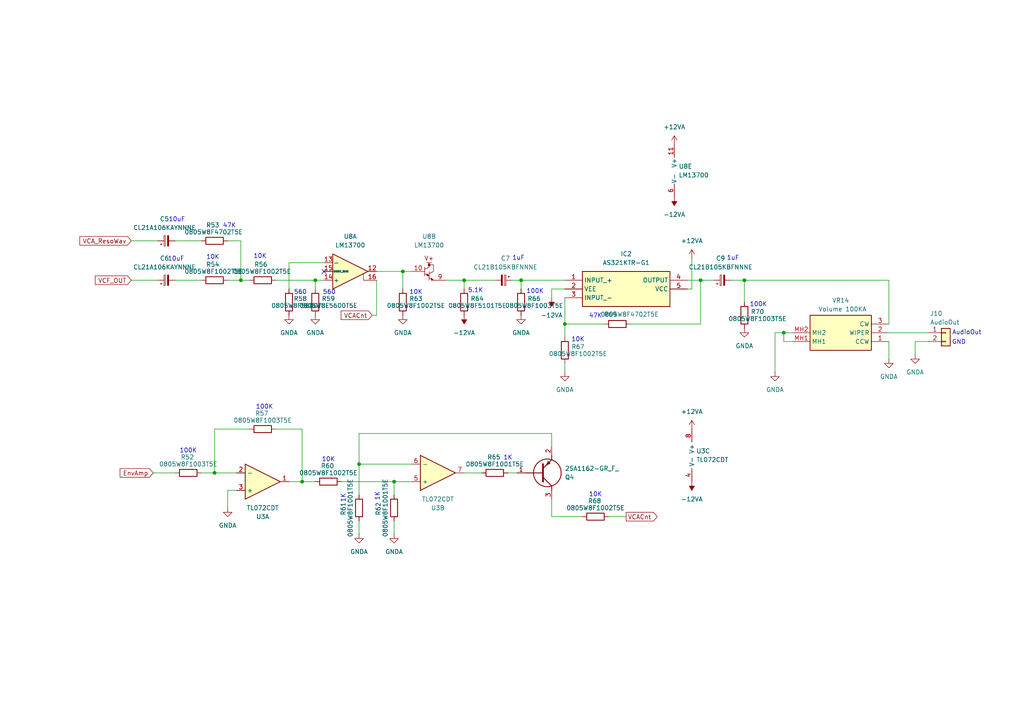
<source format=kicad_sch>
(kicad_sch (version 20250114) (generator "eeschema") (generator_version "9.0")
  (paper "A4")
  (lib_symbols
    (symbol "Amplifier_Operational:LM13700" (pin_names (offset 0.127))
      (property "Reference" "U" (at 3.81 5.08 0))
      (property "Value" "LM13700" (at 5.08 -5.08 0))
      (symbol "LM13700_1_1"
        (polyline (pts (xy 3.81 -0.635) (xy 3.81 -2.54) (xy 5.08 -2.54)))
        (polyline (pts (xy 5.08 0) (xy -5.08 -5.08) (xy -5.08 5.08) (xy 5.08 0)) (stroke (width 0.254)) (fill (type background)))
        (pin input line (at -7.62 2.54 0) (length 2.54) (name "-") (number "13"))
        (pin input line (at -7.62 0 0) (length 2.54) (name "DIODE_BIAS") (number "15"))
        (pin input line (at -7.62 -2.54 0) (length 2.54) (name "+") (number "14"))
        (pin output line (at 7.62 0 180) (length 2.54) (name "~") (number "12"))
        (pin input line (at 7.62 -2.54 180) (length 2.54) (name "~") (number "16"))
      )
      (symbol "LM13700_2_0"
        (polyline (pts (xy -1.905 2.54) (xy -3.175 2.54)))
      )
      (symbol "LM13700_2_1"
        (polyline (pts (xy -3.81 1.27) (xy -3.81 -1.27)))
        (polyline (pts (xy -3.81 0.635) (xy -2.54 1.27) (xy -2.54 1.905) (xy -2.54 2.54)))
        (polyline (pts (xy -3.81 -0.635) (xy -2.54 -1.27)))
        (circle (center -2.54 1.905) (radius 0.254) (stroke (width 0.254)) (fill (type outline)))
        (polyline (pts (xy -2.54 0) (xy -2.54 -2.54)))
        (polyline (pts (xy -2.54 -0.635) (xy -1.27 0) (xy -1.27 1.905) (xy -2.54 1.905)))
        (polyline (pts (xy -2.54 -1.27) (xy -3.175 -0.635) (xy -3.175 -1.27) (xy -2.54 -1.27)) (fill (type outline)))
        (polyline (pts (xy -2.54 -1.905) (xy -1.27 -2.54)))
        (polyline (pts (xy -1.27 -2.54) (xy -1.905 -1.905) (xy -1.905 -2.54) (xy -1.27 -2.54)) (fill (type outline)))
        (text "V+" (at -2.54 3.81 0) (effects (font (size 1.27 1.27))))
        (pin input line (at -7.62 0 0) (length 3.81) (name "~") (number "10"))
        (pin output line (at 2.54 -2.54 180) (length 3.81) (name "~") (number "9"))
      )
      (symbol "LM13700_3_1"
        (polyline (pts (xy 3.81 -0.635) (xy 3.81 -2.54) (xy 5.08 -2.54)))
        (polyline (pts (xy 5.08 0) (xy -5.08 -5.08) (xy -5.08 5.08) (xy 5.08 0)) (stroke (width 0.254)) (fill (type background)))
        (pin input line (at -7.62 2.54 0) (length 2.54) (name "-") (number "4"))
        (pin input line (at -7.62 0 0) (length 2.54) (name "DIODE_BIAS") (number "2"))
        (pin input line (at -7.62 -2.54 0) (length 2.54) (name "+") (number "3"))
        (pin output line (at 7.62 0 180) (length 2.54) (name "~") (number "5"))
        (pin input line (at 7.62 -2.54 180) (length 2.54) (name "~") (number "1"))
      )
      (symbol "LM13700_4_0"
        (polyline (pts (xy -3.175 2.54) (xy -1.905 2.54)))
        (text "V+" (at -2.54 3.81 0) (effects (font (size 1.27 1.27))))
      )
      (symbol "LM13700_4_1"
        (polyline (pts (xy -3.81 1.27) (xy -3.81 -1.27)))
        (polyline (pts (xy -3.81 0.635) (xy -2.54 1.27) (xy -2.54 2.54)))
        (polyline (pts (xy -3.81 -0.635) (xy -2.54 -1.27)))
        (circle (center -2.54 1.905) (radius 0.254) (stroke (width 0.254)) (fill (type outline)))
        (polyline (pts (xy -2.54 0) (xy -2.54 -2.54)))
        (polyline (pts (xy -2.54 -0.635) (xy -1.27 0) (xy -1.27 1.905) (xy -2.54 1.905)))
        (polyline (pts (xy -2.54 -1.27) (xy -3.175 -0.635) (xy -3.175 -1.27) (xy -2.54 -1.27)) (fill (type outline)))
        (polyline (pts (xy -2.54 -1.905) (xy -1.27 -2.54)))
        (polyline (pts (xy -1.27 -2.54) (xy -1.905 -1.905) (xy -1.905 -2.54) (xy -1.27 -2.54)) (fill (type outline)))
        (pin input line (at -7.62 0 0) (length 3.81) (name "~") (number "7"))
        (pin output line (at 2.54 -2.54 180) (length 3.81) (name "~") (number "8"))
      )
      (symbol "LM13700_5_1"
        (pin power_in line (at -2.54 7.62 270) (length 3.81) (name "V+") (number "11"))
        (pin power_in line (at -2.54 -7.62 90) (length 3.81) (name "V-") (number "6"))
      )
    )
    (symbol "Connector_Generic:Conn_01x02" (pin_names (offset 1.016) (hide yes))
      (property "Reference" "J" (at 0 2.54 0))
      (property "Value" "Conn_01x02" (at 0 -5.08 0))
      (symbol "Conn_01x02_1_1"
        (rectangle (start -1.27 1.27) (end 1.27 -3.81) (stroke (width 0.254)) (fill (type background)))
        (rectangle (start -1.27 0.127) (end 0 -0.127) (stroke (width 0.1524)))
        (rectangle (start -1.27 -2.413) (end 0 -2.667) (stroke (width 0.1524)))
        (pin passive line (at -5.08 0 0) (length 3.81) (name "Pin_1") (number "1"))
        (pin passive line (at -5.08 -2.54 0) (length 3.81) (name "Pin_2") (number "2"))
      )
    )
    (symbol "Device:C_Polarized_Small" (pin_numbers (hide yes)) (pin_names (offset 0.254) (hide yes))
      (property "Reference" "C" (at 0.254 1.778 0))
      (property "Value" "C_Polarized_Small" (at 0.254 -2.032 0))
      (symbol "C_Polarized_Small_0_1"
        (rectangle (start -1.524 0.6858) (end 1.524 0.3048))
        (rectangle (start -1.524 -0.3048) (end 1.524 -0.6858) (fill (type outline)))
        (polyline (pts (xy -1.27 1.524) (xy -0.762 1.524)))
        (polyline (pts (xy -1.016 1.27) (xy -1.016 1.778)))
      )
      (symbol "C_Polarized_Small_1_1"
        (pin passive line (at 0 2.54 270) (length 1.8542) (name "~") (number "1"))
        (pin passive line (at 0 -2.54 90) (length 1.8542) (name "~") (number "2"))
      )
    )
    (symbol "Device:Opamp_Dual"
      (property "Reference" "U" (at 0 5.08 0))
      (property "Value" "Opamp_Dual" (at 0 -5.08 0))
      (symbol "Opamp_Dual_1_1"
        (polyline (pts (xy -5.08 5.08) (xy 5.08 0) (xy -5.08 -5.08) (xy -5.08 5.08)) (stroke (width 0.254)) (fill (type background)))
        (pin input line (at -7.62 2.54 0) (length 2.54) (name "+") (number "3"))
        (pin input line (at -7.62 -2.54 0) (length 2.54) (name "-") (number "2"))
        (pin output line (at 7.62 0 180) (length 2.54) (name "~") (number "1"))
      )
      (symbol "Opamp_Dual_2_1"
        (polyline (pts (xy -5.08 5.08) (xy 5.08 0) (xy -5.08 -5.08) (xy -5.08 5.08)) (stroke (width 0.254)) (fill (type background)))
        (pin input line (at -7.62 2.54 0) (length 2.54) (name "+") (number "5"))
        (pin input line (at -7.62 -2.54 0) (length 2.54) (name "-") (number "6"))
        (pin output line (at 7.62 0 180) (length 2.54) (name "~") (number "7"))
      )
      (symbol "Opamp_Dual_3_1"
        (pin power_in line (at -2.54 7.62 270) (length 3.81) (name "V+") (number "8"))
        (pin power_in line (at -2.54 -7.62 90) (length 3.81) (name "V-") (number "4"))
      )
    )
    (symbol "Device:R" (pin_numbers (hide yes)) (pin_names (offset 0))
      (property "Reference" "R" (at 2.032 0 90))
      (property "Value" "R" (at 0 0 90))
      (symbol "R_0_1"
        (rectangle (start -1.016 -2.54) (end 1.016 2.54) (stroke (width 0.254)))
      )
      (symbol "R_1_1"
        (pin passive line (at 0 3.81 270) (length 1.27) (name "~") (number "1"))
        (pin passive line (at 0 -3.81 90) (length 1.27) (name "~") (number "2"))
      )
    )
    (symbol "SamacSys_Parts:2SA1162-GR_F_" (pin_names (hide yes))
      (property "Reference" "Q" (at 13.97 1.27 0))
      (property "Value" "2SA1162-GR_F_" (at 13.97 -1.27 0))
      (symbol "2SA1162-GR_F__1_1"
        (polyline (pts (xy 2.54 0) (xy 7.62 0)) (stroke (width 0.254)))
        (polyline (pts (xy 7.62 2.54) (xy 7.62 -2.54)) (stroke (width 0.508)))
        (polyline (pts (xy 7.62 1.27) (xy 10.16 3.81)) (stroke (width 0.254)))
        (polyline (pts (xy 7.62 -1.27) (xy 10.16 -3.81)) (stroke (width 0.254)))
        (circle (center 8.89 0) (radius 4.016) (stroke (width 0.254)))
        (polyline (pts (xy 9.652 -2.794) (xy 9.144 -3.302) (xy 8.636 -2.286) (xy 9.652 -2.794)) (stroke (width 0.254)) (fill (type outline)))
        (polyline (pts (xy 10.16 3.81) (xy 10.16 5.08)) (stroke (width 0.254)))
        (polyline (pts (xy 10.16 -3.81) (xy 10.16 -5.08)) (stroke (width 0.254)))
        (pin passive line (at 0 0 0) (length 2.54) (name "B") (number "1"))
        (pin passive line (at 10.16 7.62 270) (length 2.54) (name "C") (number "3"))
        (pin passive line (at 10.16 -7.62 90) (length 2.54) (name "E") (number "2"))
      )
    )
    (symbol "SamacSys_Parts:AS321KTR-E1"
      (property "Reference" "D" (at 31.75 7.62 0))
      (property "Value" "AS321KTR-E1" (at 31.75 5.08 0))
      (symbol "AS321KTR-E1_1_1"
        (rectangle (start 5.08 2.54) (end 30.48 -7.62) (stroke (width 0.254)) (fill (type background)))
        (pin passive line (at 0 0 0) (length 5.08) (name "INPUT_+") (number "1"))
        (pin passive line (at 0 -2.54 0) (length 5.08) (name "VEE") (number "2"))
        (pin passive line (at 0 -5.08 0) (length 5.08) (name "INPUT_-") (number "3"))
        (pin passive line (at 35.56 0 180) (length 5.08) (name "OUTPUT") (number "4"))
        (pin passive line (at 35.56 -2.54 180) (length 5.08) (name "VCC") (number "5"))
      )
    )
    (symbol "SamacSys_Parts:RK09D117000B"
      (property "Reference" "VR" (at 24.13 7.62 0))
      (property "Value" "RK09D117000B" (at 24.13 5.08 0))
      (symbol "RK09D117000B_1_1"
        (rectangle (start 5.08 2.54) (end 22.86 -7.62) (stroke (width 0.254)) (fill (type background)))
        (pin passive line (at 0 0 0) (length 5.08) (name "CCW") (number "1"))
        (pin passive line (at 0 -2.54 0) (length 5.08) (name "WIPER") (number "2"))
        (pin passive line (at 0 -5.08 0) (length 5.08) (name "CW") (number "3"))
        (pin passive line (at 27.94 0 180) (length 5.08) (name "MH1") (number "MH1"))
        (pin passive line (at 27.94 -2.54 180) (length 5.08) (name "MH2") (number "MH2"))
      )
    )
    (symbol "power:+12VA" (power) (pin_numbers (hide yes)) (pin_names (offset 0) (hide yes))
      (property "Value" "+12VA" (at 0 3.556 0))
      (symbol "+12VA_0_1"
        (polyline (pts (xy -0.762 1.27) (xy 0 2.54)))
        (polyline (pts (xy 0 2.54) (xy 0.762 1.27)))
        (polyline (pts (xy 0 0) (xy 0 2.54)))
      )
      (symbol "+12VA_1_1"
        (pin power_in line (at 0 0 90) (length 0) (name "~") (number "1"))
      )
    )
    (symbol "power:-12VA" (power) (pin_numbers (hide yes)) (pin_names (offset 0) (hide yes))
      (property "Value" "-12VA" (at 0 3.556 0))
      (symbol "-12VA_0_0"
        (pin power_in line (at 0 0 90) (length 0) (name "~") (number "1"))
      )
      (symbol "-12VA_0_1"
        (polyline (pts (xy 0 0) (xy 0 1.27) (xy 0.762 1.27) (xy 0 2.54) (xy -0.762 1.27) (xy 0 1.27)) (fill (type outline)))
      )
    )
    (symbol "power:GNDA" (power) (pin_numbers (hide yes)) (pin_names (offset 0) (hide yes))
      (property "Value" "GNDA" (at 0 -3.81 0))
      (symbol "GNDA_0_1"
        (polyline (pts (xy 0 0) (xy 0 -1.27) (xy 1.27 -1.27) (xy 0 -2.54) (xy -1.27 -1.27) (xy 0 -1.27)))
      )
      (symbol "GNDA_1_1"
        (pin power_in line (at 0 0 270) (length 0) (name "~") (number "1"))
      )
    )
  )
  (text "10K" (at 61.722 74.676 0) (effects (font (size 1.27 1.27))))
  (text "10K" (at 95.25 133.35 0) (effects (font (size 1.27 1.27))))
  (text "10K" (at 172.72 143.51 0) (effects (font (size 1.27 1.27))))
  (text "100K" (at 219.964 88.392 0) (effects (font (size 1.27 1.27))))
  (text "47K" (at 66.548 65.532 0) (effects (font (size 1.27 1.27))))
  (text "1uF" (at 212.598 74.93 0) (effects (font (size 1.27 1.27))))
  (text "10K" (at 167.64 98.552 0) (effects (font (size 1.27 1.27))))
  (text "10uF" (at 51.308 63.754 0) (effects (font (size 1.27 1.27))))
  (text "10uF" (at 51.054 75.184 0) (effects (font (size 1.27 1.27))))
  (text "100K" (at 155.194 84.582 0) (effects (font (size 1.27 1.27))))
  (text "5.1K" (at 137.922 84.328 0) (effects (font (size 1.27 1.27))))
  (text "560" (at 87.122 84.836 0) (effects (font (size 1.27 1.27))))
  (text "100K" (at 76.708 118.11 0) (effects (font (size 1.27 1.27))))
  (text "100K" (at 54.61 130.81 0) (effects (font (size 1.27 1.27))))
  (text "10K" (at 75.438 74.422 0) (effects (font (size 1.27 1.27))))
  (text "1K" (at 109.474 144.018 90) (effects (font (size 1.27 1.27))))
  (text "560" (at 95.504 84.836 0) (effects (font (size 1.27 1.27))))
  (text "1K" (at 147.32 132.842 0) (effects (font (size 1.27 1.27))))
  (text "GND" (at 278.13 99.314 0) (effects (font (size 1.27 1.27))))
  (text "1uF" (at 150.368 74.93 0) (effects (font (size 1.27 1.27))))
  (text "47K" (at 172.72 91.694 0) (effects (font (size 1.27 1.27))))
  (text "10K" (at 120.65 84.836 0) (effects (font (size 1.27 1.27))))
  (text "1K" (at 99.568 144.526 90) (effects (font (size 1.27 1.27))))
  (text "AudioOut" (at 280.416 96.52 0) (effects (font (size 1.27 1.27))))
  (junction (at 62.23 137.16))
  (junction (at 116.84 78.74))
  (junction (at 215.9 81.28))
  (junction (at 163.83 93.98))
  (junction (at 104.14 134.62))
  (junction (at 203.2 81.28))
  (junction (at 91.44 81.28))
  (junction (at 87.63 139.7))
  (junction (at 227.33 96.52))
  (junction (at 69.85 81.28))
  (junction (at 134.62 81.28))
  (junction (at 151.13 81.28))
  (junction (at 114.3 139.7))
  (no_connect (at 93.98 78.74))
  (wire (pts (xy 80.01 124.46) (xy 87.63 124.46)))
  (wire (pts (xy 163.83 86.36) (xy 163.83 93.98)))
  (wire (pts (xy 160.02 83.82) (xy 160.02 86.36)))
  (wire (pts (xy 72.39 124.46) (xy 62.23 124.46)))
  (wire (pts (xy 200.66 83.82) (xy 199.39 83.82)))
  (wire (pts (xy 50.8 81.28) (xy 58.42 81.28)))
  (wire (pts (xy 104.14 125.73) (xy 104.14 134.62)))
  (wire (pts (xy 229.87 96.52) (xy 227.33 96.52)))
  (wire (pts (xy 215.9 81.28) (xy 215.9 87.63)))
  (wire (pts (xy 69.85 81.28) (xy 72.39 81.28)))
  (wire (pts (xy 109.22 91.44) (xy 107.95 91.44)))
  (wire (pts (xy 66.04 142.24) (xy 66.04 147.32)))
  (wire (pts (xy 229.87 99.06) (xy 227.33 99.06)))
  (wire (pts (xy 87.63 139.7) (xy 91.44 139.7)))
  (wire (pts (xy 50.8 69.85) (xy 58.42 69.85)))
  (wire (pts (xy 203.2 81.28) (xy 203.2 93.98)))
  (wire (pts (xy 212.09 81.28) (xy 215.9 81.28)))
  (wire (pts (xy 134.62 81.28) (xy 143.51 81.28)))
  (wire (pts (xy 91.44 81.28) (xy 80.01 81.28)))
  (wire (pts (xy 62.23 124.46) (xy 62.23 137.16)))
  (wire (pts (xy 62.23 137.16) (xy 68.58 137.16)))
  (wire (pts (xy 114.3 139.7) (xy 114.3 143.51)))
  (wire (pts (xy 114.3 151.13) (xy 114.3 154.94)))
  (wire (pts (xy 148.59 81.28) (xy 151.13 81.28)))
  (wire (pts (xy 163.83 93.98) (xy 163.83 97.79)))
  (wire (pts (xy 215.9 81.28) (xy 257.81 81.28)))
  (wire (pts (xy 160.02 125.73) (xy 160.02 129.54)))
  (wire (pts (xy 199.39 81.28) (xy 203.2 81.28)))
  (wire (pts (xy 176.53 149.86) (xy 181.61 149.86)))
  (wire (pts (xy 58.42 137.16) (xy 62.23 137.16)))
  (wire (pts (xy 93.98 76.2) (xy 83.82 76.2)))
  (wire (pts (xy 224.79 96.52) (xy 227.33 96.52)))
  (wire (pts (xy 200.66 74.93) (xy 200.66 83.82)))
  (wire (pts (xy 116.84 83.82) (xy 116.84 78.74)))
  (wire (pts (xy 160.02 125.73) (xy 104.14 125.73)))
  (wire (pts (xy 134.62 81.28) (xy 134.62 83.82)))
  (wire (pts (xy 104.14 134.62) (xy 119.38 134.62)))
  (wire (pts (xy 116.84 78.74) (xy 119.38 78.74)))
  (wire (pts (xy 91.44 81.28) (xy 93.98 81.28)))
  (wire (pts (xy 160.02 144.78) (xy 160.02 149.86)))
  (wire (pts (xy 265.43 99.06) (xy 265.43 102.87)))
  (wire (pts (xy 104.14 143.51) (xy 104.14 134.62)))
  (wire (pts (xy 151.13 81.28) (xy 151.13 83.82)))
  (wire (pts (xy 203.2 93.98) (xy 182.88 93.98)))
  (wire (pts (xy 109.22 81.28) (xy 109.22 91.44)))
  (wire (pts (xy 66.04 81.28) (xy 69.85 81.28)))
  (wire (pts (xy 129.54 81.28) (xy 134.62 81.28)))
  (wire (pts (xy 38.1 81.28) (xy 45.72 81.28)))
  (wire (pts (xy 163.83 93.98) (xy 175.26 93.98)))
  (wire (pts (xy 91.44 81.28) (xy 91.44 83.82)))
  (wire (pts (xy 44.45 137.16) (xy 50.8 137.16)))
  (wire (pts (xy 38.1 69.85) (xy 45.72 69.85)))
  (wire (pts (xy 66.04 69.85) (xy 69.85 69.85)))
  (wire (pts (xy 257.81 81.28) (xy 257.81 93.98)))
  (wire (pts (xy 87.63 139.7) (xy 87.63 124.46)))
  (wire (pts (xy 151.13 81.28) (xy 163.83 81.28)))
  (wire (pts (xy 163.83 83.82) (xy 160.02 83.82)))
  (wire (pts (xy 269.24 99.06) (xy 265.43 99.06)))
  (wire (pts (xy 224.79 96.52) (xy 224.79 107.95)))
  (wire (pts (xy 66.04 142.24) (xy 68.58 142.24)))
  (wire (pts (xy 83.82 139.7) (xy 87.63 139.7)))
  (wire (pts (xy 99.06 139.7) (xy 114.3 139.7)))
  (wire (pts (xy 83.82 76.2) (xy 83.82 83.82)))
  (wire (pts (xy 203.2 81.28) (xy 207.01 81.28)))
  (wire (pts (xy 227.33 99.06) (xy 227.33 96.52)))
  (wire (pts (xy 257.81 96.52) (xy 269.24 96.52)))
  (wire (pts (xy 109.22 78.74) (xy 116.84 78.74)))
  (wire (pts (xy 257.81 99.06) (xy 257.81 104.14)))
  (wire (pts (xy 69.85 69.85) (xy 69.85 81.28)))
  (wire (pts (xy 104.14 151.13) (xy 104.14 154.94)))
  (wire (pts (xy 134.62 137.16) (xy 139.7 137.16)))
  (wire (pts (xy 163.83 105.41) (xy 163.83 107.95)))
  (wire (pts (xy 147.32 137.16) (xy 149.86 137.16)))
  (wire (pts (xy 160.02 149.86) (xy 168.91 149.86)))
  (wire (pts (xy 119.38 139.7) (xy 114.3 139.7)))
  (global_label "VCA_ResoWav" (shape input) (at 38.1 69.85 180) (property "Intersheetrefs" "${INTERSHEET_REFS}" (effects (hide yes))))
  (global_label "VCACnt" (shape input) (at 107.95 91.44 180) (property "Intersheetrefs" "${INTERSHEET_REFS}" (effects (hide yes))))
  (global_label "VCACnt" (shape output) (at 181.61 149.86 0) (property "Intersheetrefs" "${INTERSHEET_REFS}" (effects (hide yes))))
  (global_label "VCF_OUT" (shape input) (at 38.1 81.28 180) (property "Intersheetrefs" "${INTERSHEET_REFS}" (effects (hide yes))))
  (global_label "EnvAmp" (shape input) (at 44.45 137.16 180) (property "Intersheetrefs" "${INTERSHEET_REFS}" (effects (hide yes))))
  (symbol (lib_id "Device:R") (at 91.44 87.63 0) (mirror x) (unit 1)
    (property "Reference" "R59" (at 95.25 86.614 0))
    (property "Value" "0805W8F5600T5E" (at 95.25 88.646 0))
    (property "Footprint" "Resistor_SMD:R_0805_2012Metric_Pad1.20x1.40mm_HandSolder" (effects (hide yes)))
    (property "Description" "Resistor" (effects (hide yes)))
  )
  (symbol (lib_id "Device:C_Polarized_Small") (at 48.26 81.28 90) (unit 1)
    (property "Reference" "C6" (at 47.7139 74.93 90))
    (property "Value" "CL21A106KAYNNNE" (at 47.7139 77.47 90))
    (property "Footprint" "Capacitor_SMD:C_0805_2012Metric_Pad1.18x1.45mm_HandSolder" (effects (hide yes)))
    (property "Description" "Polarized capacitor, small symbol" (effects (hide yes)))
  )
  (symbol (lib_id "Device:R") (at 83.82 87.63 0) (mirror x) (unit 1)
    (property "Reference" "R58" (at 87.122 86.614 0))
    (property "Value" "0805W8F5600T5E" (at 87.122 88.646 0))
    (property "Footprint" "Resistor_SMD:R_0805_2012Metric_Pad1.20x1.40mm_HandSolder" (effects (hide yes)))
    (property "Description" "Resistor" (effects (hide yes)))
  )
  (symbol (lib_id "power:+12VA") (at 195.58 41.91 0) (unit 1)
    (property "Reference" "#PWR0124" (effects (hide yes)))
    (property "Value" "+12VA" (at 195.58 36.83 0))
    (property "Description" "Power symbol creates a global label with name \"+12VA\"" (effects (hide yes)))
  )
  (symbol (lib_id "power:GNDA") (at 265.43 102.87 0) (unit 1)
    (property "Reference" "#PWR0126" (effects (hide yes)))
    (property "Value" "GNDA" (at 265.43 107.95 0))
    (property "Description" "Power symbol creates a global label with name \"GNDA\" , analog ground" (effects (hide yes)))
  )
  (symbol (lib_id "Device:R") (at 76.2 124.46 90) (unit 1)
    (property "Reference" "R57" (at 75.946 119.888 90))
    (property "Value" "0805W8F1003T5E" (at 76.2 121.92 90))
    (property "Footprint" "Resistor_SMD:R_0805_2012Metric_Pad1.20x1.40mm_HandSolder" (effects (hide yes)))
    (property "Description" "Resistor" (effects (hide yes)))
  )
  (symbol (lib_id "SamacSys_Parts:2SA1162-GR_F_") (at 149.86 137.16 0) (mirror x) (unit 1)
    (property "Reference" "Q4" (at 163.83 138.4301 0) (effects (justify left)))
    (property "Value" "2SA1162-GR_F_" (at 163.83 135.8901 0) (effects (justify left)))
    (property "Footprint" "SamacSys_parts:1SS294LFT" (effects (hide yes)))
    (property "Datasheet" "https://toshiba.semicon-storage.com/ap-en/product/bipolar-transistor/bipolar-transistor/detail.2SA1162.html" (effects (hide yes)))
    (property "Description" "Transistor Toshiba 2SA1162-GR(F) PNP Bipolar Transistor, 0.15 A, 50 V, 3-Pin SC-59" (effects (hide yes)))
    (property "Height" "1.4" (effects (hide yes)))
    (property "Manufacturer_Name" "Toshiba" (effects (hide yes)))
    (property "Manufacturer_Part_Number" "2SA1162-GR(F)" (effects (hide yes)))
  )
  (symbol (lib_id "SamacSys_Parts:AS321KTR-E1") (at 163.83 81.28 0) (unit 1)
    (property "Reference" "IC2" (at 181.61 73.66 0))
    (property "Value" "AS321KTR-G1" (at 181.61 76.2 0))
    (property "Footprint" "SamacSys_parts:SOT95P282X145-5N" (effects (hide yes)))
    (property "Datasheet" "https://www.diodes.com//assets/Datasheets/AS321.pdf" (effects (hide yes)))
    (property "Description" "Excellent Phase Margin: 60 deg.  Large Voltage Gain: 100dB (Typical)  Low Input Bias Current: 20nA (Typical)  Low Input Offset Voltage: 2mV (Typical)  Low Supply Current: 0.35mA at VCC = 5V  Wide Power Supply Voltage:  Single Supply: 3V to 36V  Dual Supplies: +/-1.5V to +/-18V  Wide Input Common Mode Voltage Range: 0V to VCC-1.5V  Lead-Free Packages: SOT25  Totally Lead-Free; RoHS Compliant (Notes 1 & 2)  Lead-Free Packages, Available in Green Molding Compound: SOT25  Totally Lead-F" (effects (hide yes)))
    (property "Height" "1.45" (effects (hide yes)))
    (property "Manufacturer_Name" "Diodes Incorporated" (effects (hide yes)))
    (property "Manufacturer_Part_Number" "AS321KTR-E1" (effects (hide yes)))
    (property "Mouser Part Number" "621-AS321KTR-E1" (effects (hide yes)))
    (property "Mouser Price/Stock" "https://www.mouser.co.uk/ProductDetail/Diodes-Incorporated/AS321KTR-E1?qs=5V6w%252Be2aIqbJH6DETpx4Lw%3D%3D" (effects (hide yes)))
    (property "Arrow Part Number" "AS321KTR-E1" (effects (hide yes)))
    (property "Arrow Price/Stock" "https://www.arrow.com/en/products/as321ktr-e1/diodes-incorporated?region=nac" (effects (hide yes)))
  )
  (symbol (lib_id "Device:R") (at 62.23 81.28 270) (mirror x) (unit 1)
    (property "Reference" "R54" (at 61.722 76.708 90))
    (property "Value" "0805W8F1002T5E" (at 61.976 78.74 90))
    (property "Footprint" "Resistor_SMD:R_0805_2012Metric_Pad1.20x1.40mm_HandSolder" (effects (hide yes)))
    (property "Description" "Resistor" (effects (hide yes)))
  )
  (symbol (lib_id "power:GNDA") (at 215.9 95.25 0) (mirror y) (unit 1)
    (property "Reference" "#PWR0122" (effects (hide yes)))
    (property "Value" "GNDA" (at 215.9 100.33 0))
    (property "Description" "Power symbol creates a global label with name \"GNDA\" , analog ground" (effects (hide yes)))
  )
  (symbol (lib_id "Device:R") (at 116.84 87.63 0) (mirror x) (unit 1)
    (property "Reference" "R63" (at 120.65 86.614 0))
    (property "Value" "0805W8F1002T5E" (at 120.65 88.646 0))
    (property "Footprint" "Resistor_SMD:R_0805_2012Metric_Pad1.20x1.40mm_HandSolder" (effects (hide yes)))
    (property "Description" "Resistor" (effects (hide yes)))
  )
  (symbol (lib_id "power:GNDA") (at 163.83 107.95 0) (mirror y) (unit 1)
    (property "Reference" "#PWR0121" (effects (hide yes)))
    (property "Value" "GNDA" (at 163.83 113.03 0))
    (property "Description" "Power symbol creates a global label with name \"GNDA\" , analog ground" (effects (hide yes)))
  )
  (symbol (lib_id "Device:R") (at 114.3 147.32 180) (unit 1)
    (property "Reference" "R62" (at 109.728 147.574 90))
    (property "Value" "0805W8F1001T5E" (at 111.76 147.32 90))
    (property "Footprint" "Resistor_SMD:R_0805_2012Metric_Pad1.20x1.40mm_HandSolder" (effects (hide yes)))
    (property "Description" "Resistor" (effects (hide yes)))
  )
  (symbol (lib_id "Connector_Generic:Conn_01x02") (at 274.32 96.52 0) (unit 1)
    (property "Reference" "J10" (at 269.748 90.932 0) (effects (justify left)))
    (property "Value" "AudioOut" (at 269.748 93.472 0) (effects (justify left)))
    (property "Footprint" "Connector_PinHeader_2.54mm:PinHeader_1x02_P2.54mm_Vertical" (effects (hide yes)))
    (property "Description" "Generic connector, single row, 01x02, script generated (kicad-library-utils/schlib/autogen/connector/)" (effects (hide yes)))
  )
  (symbol (lib_id "power:GNDA") (at 257.81 104.14 0) (unit 1)
    (property "Reference" "#PWR0125" (effects (hide yes)))
    (property "Value" "GNDA" (at 257.81 109.22 0))
    (property "Description" "Power symbol creates a global label with name \"GNDA\" , analog ground" (effects (hide yes)))
  )
  (symbol (lib_id "power:GNDA") (at 151.13 91.44 0) (mirror y) (unit 1)
    (property "Reference" "#PWR0120" (effects (hide yes)))
    (property "Value" "GNDA" (at 151.13 96.52 0))
    (property "Description" "Power symbol creates a global label with name \"GNDA\" , analog ground" (effects (hide yes)))
  )
  (symbol (lib_id "Device:R") (at 163.83 101.6 0) (mirror x) (unit 1)
    (property "Reference" "R67" (at 167.64 100.584 0))
    (property "Value" "0805W8F1002T5E" (at 167.64 102.616 0))
    (property "Footprint" "Resistor_SMD:R_0805_2012Metric_Pad1.20x1.40mm_HandSolder" (effects (hide yes)))
    (property "Description" "Resistor" (effects (hide yes)))
  )
  (symbol (lib_id "Device:R") (at 54.61 137.16 90) (unit 1)
    (property "Reference" "R52" (at 54.356 132.588 90))
    (property "Value" "0805W8F1003T5E" (at 54.61 134.62 90))
    (property "Footprint" "Resistor_SMD:R_0805_2012Metric_Pad1.20x1.40mm_HandSolder" (effects (hide yes)))
    (property "Description" "Resistor" (effects (hide yes)))
  )
  (symbol (lib_id "Device:R") (at 143.51 137.16 90) (unit 1)
    (property "Reference" "R65" (at 143.256 132.588 90))
    (property "Value" "0805W8F1001T5E" (at 143.51 134.62 90))
    (property "Footprint" "Resistor_SMD:R_0805_2012Metric_Pad1.20x1.40mm_HandSolder" (effects (hide yes)))
    (property "Description" "Resistor" (effects (hide yes)))
  )
  (symbol (lib_id "Device:C_Polarized_Small") (at 209.55 81.28 90) (unit 1)
    (property "Reference" "C9" (at 209.0039 74.93 90))
    (property "Value" "CL21B105KBFNNNE" (at 209.0039 77.47 90))
    (property "Footprint" "Capacitor_SMD:C_0805_2012Metric_Pad1.18x1.45mm_HandSolder" (effects (hide yes)))
    (property "Description" "Polarized capacitor, small symbol" (effects (hide yes)))
  )
  (symbol (lib_id "power:-12VA") (at 134.62 91.44 180) (unit 1)
    (property "Reference" "#PWR0119" (effects (hide yes)))
    (property "Value" "-12VA" (at 134.62 96.52 0))
    (property "Description" "Power symbol creates a global label with name \"-12VA\"" (effects (hide yes)))
  )
  (symbol (lib_id "Device:R") (at 179.07 93.98 270) (mirror x) (unit 1)
    (property "Reference" "R69" (at 177.038 91.186 90))
    (property "Value" "0805W8F4702T5E" (at 182.626 91.186 90))
    (property "Footprint" "Resistor_SMD:R_0805_2012Metric_Pad1.20x1.40mm_HandSolder" (effects (hide yes)))
    (property "Description" "Resistor" (effects (hide yes)))
  )
  (symbol (lib_id "Device:R") (at 95.25 139.7 90) (unit 1)
    (property "Reference" "R60" (at 94.996 135.128 90))
    (property "Value" "0805W8F1002T5E" (at 95.25 137.16 90))
    (property "Footprint" "Resistor_SMD:R_0805_2012Metric_Pad1.20x1.40mm_HandSolder" (effects (hide yes)))
    (property "Description" "Resistor" (effects (hide yes)))
  )
  (symbol (lib_id "Device:R") (at 134.62 87.63 0) (mirror x) (unit 1)
    (property "Reference" "R64" (at 138.43 86.614 0))
    (property "Value" "0805W8F5101T5E" (at 138.43 88.646 0))
    (property "Footprint" "Resistor_SMD:R_0805_2012Metric_Pad1.20x1.40mm_HandSolder" (effects (hide yes)))
    (property "Description" "Resistor" (effects (hide yes)))
  )
  (symbol (lib_id "power:GNDA") (at 91.44 91.44 0) (mirror y) (unit 1)
    (property "Reference" "#PWR0114" (effects (hide yes)))
    (property "Value" "GNDA" (at 91.44 96.52 0))
    (property "Description" "Power symbol creates a global label with name \"GNDA\" , analog ground" (effects (hide yes)))
  )
  (symbol (lib_id "Device:C_Polarized_Small") (at 48.26 69.85 90) (unit 1)
    (property "Reference" "C5" (at 47.7139 63.5 90))
    (property "Value" "CL21A106KAYNNNE" (at 47.7139 66.04 90))
    (property "Footprint" "Capacitor_SMD:C_0805_2012Metric_Pad1.18x1.45mm_HandSolder" (effects (hide yes)))
    (property "Description" "Polarized capacitor, small symbol" (effects (hide yes)))
  )
  (symbol (lib_id "power:-12VA") (at 160.02 86.36 180) (unit 1)
    (property "Reference" "#PWR0161" (effects (hide yes)))
    (property "Value" "-12VA" (at 160.02 91.44 0))
    (property "Description" "Power symbol creates a global label with name \"-12VA\"" (effects (hide yes)))
  )
  (symbol (lib_id "power:+12VA") (at 200.66 74.93 0) (unit 1)
    (property "Reference" "#PWR0160" (effects (hide yes)))
    (property "Value" "+12VA" (at 200.66 69.85 0))
    (property "Description" "Power symbol creates a global label with name \"+12VA\"" (effects (hide yes)))
  )
  (symbol (lib_id "Device:R") (at 76.2 81.28 270) (mirror x) (unit 1)
    (property "Reference" "R56" (at 75.692 76.708 90))
    (property "Value" "0805W8F1002T5E" (at 75.946 78.74 90))
    (property "Footprint" "Resistor_SMD:R_0805_2012Metric_Pad1.20x1.40mm_HandSolder" (effects (hide yes)))
    (property "Description" "Resistor" (effects (hide yes)))
  )
  (symbol (lib_id "power:GNDA") (at 224.79 107.95 0) (unit 1)
    (property "Reference" "#PWR0123" (effects (hide yes)))
    (property "Value" "GNDA" (at 224.79 113.03 0))
    (property "Description" "Power symbol creates a global label with name \"GNDA\" , analog ground" (effects (hide yes)))
  )
  (symbol (lib_id "Device:Opamp_Dual") (at 76.2 139.7 0) (mirror x) (unit 1)
    (property "Reference" "U3" (at 76.2 149.86 0))
    (property "Value" "TL072CDT" (at 76.2 147.32 0))
    (property "Footprint" "Package_SO:SOIC-8_3.9x4.9mm_P1.27mm" (effects (hide yes)))
    (property "Description" "Dual operational amplifier" (effects (hide yes)))
    (property "Sim.Library" "${KICAD9_SYMBOL_DIR}/Simulation_SPICE.sp" (effects (hide yes)))
    (property "Sim.Name" "kicad_builtin_opamp_dual" (effects (hide yes)))
    (property "Sim.Device" "SUBCKT" (effects (hide yes)))
    (property "Sim.Pins" "1=out1 2=in1- 3=in1+ 4=vee 5=in2+ 6=in2- 7=out2 8=vcc" (effects (hide yes)))
  )
  (symbol (lib_id "Device:R") (at 172.72 149.86 90) (unit 1)
    (property "Reference" "R68" (at 172.466 145.288 90))
    (property "Value" "0805W8F1002T5E" (at 172.72 147.32 90))
    (property "Footprint" "Resistor_SMD:R_0805_2012Metric_Pad1.20x1.40mm_HandSolder" (effects (hide yes)))
    (property "Description" "Resistor" (effects (hide yes)))
  )
  (symbol (lib_id "power:-12VA") (at 195.58 57.15 180) (unit 1)
    (property "Reference" "#PWR0159" (effects (hide yes)))
    (property "Value" "-12VA" (at 195.58 62.23 0))
    (property "Description" "Power symbol creates a global label with name \"-12VA\"" (effects (hide yes)))
  )
  (symbol (lib_id "Device:C_Polarized_Small") (at 146.05 81.28 270) (unit 1)
    (property "Reference" "C7" (at 146.5961 74.93 90))
    (property "Value" "CL21B105KBFNNNE" (at 146.5961 77.47 90))
    (property "Footprint" "Capacitor_SMD:C_0805_2012Metric_Pad1.18x1.45mm_HandSolder" (effects (hide yes)))
    (property "Description" "Polarized capacitor, small symbol" (effects (hide yes)))
  )
  (symbol (lib_id "power:GNDA") (at 114.3 154.94 0) (unit 1)
    (property "Reference" "#PWR0117" (effects (hide yes)))
    (property "Value" "GNDA" (at 114.3 160.02 0))
    (property "Description" "Power symbol creates a global label with name \"GNDA\" , analog ground" (effects (hide yes)))
  )
  (symbol (lib_id "power:GNDA") (at 66.04 147.32 0) (unit 1)
    (property "Reference" "#PWR0111" (effects (hide yes)))
    (property "Value" "GNDA" (at 66.04 152.4 0))
    (property "Description" "Power symbol creates a global label with name \"GNDA\" , analog ground" (effects (hide yes)))
  )
  (symbol (lib_id "Device:R") (at 104.14 147.32 180) (unit 1)
    (property "Reference" "R61" (at 99.568 147.574 90))
    (property "Value" "0805W8F1001T5E" (at 101.6 147.32 90))
    (property "Footprint" "Resistor_SMD:R_0805_2012Metric_Pad1.20x1.40mm_HandSolder" (effects (hide yes)))
    (property "Description" "Resistor" (effects (hide yes)))
  )
  (symbol (lib_id "power:GNDA") (at 104.14 154.94 0) (unit 1)
    (property "Reference" "#PWR0116" (effects (hide yes)))
    (property "Value" "GNDA" (at 104.14 160.02 0))
    (property "Description" "Power symbol creates a global label with name \"GNDA\" , analog ground" (effects (hide yes)))
  )
  (symbol (lib_id "Device:R") (at 151.13 87.63 0) (mirror x) (unit 1)
    (property "Reference" "R66" (at 154.94 86.614 0))
    (property "Value" "0805W8F1003T5E" (at 154.94 88.646 0))
    (property "Footprint" "Resistor_SMD:R_0805_2012Metric_Pad1.20x1.40mm_HandSolder" (effects (hide yes)))
    (property "Description" "Resistor" (effects (hide yes)))
  )
  (symbol (lib_id "Amplifier_Operational:LM13700") (at 198.12 49.53 0) (unit 5)
    (property "Reference" "U8" (at 196.85 48.2599 0) (effects (justify left)))
    (property "Value" "LM13700" (at 196.85 50.7999 0) (effects (justify left)))
    (property "Footprint" "Package_SO:SOIC-16_3.9x9.9mm_P1.27mm" (effects (hide yes)))
    (property "Datasheet" "http://www.ti.com/lit/ds/symlink/lm13700.pdf" (effects (hide yes)))
    (property "Description" "Dual Operational Transconductance Amplifiers with Linearizing Diodes and Buffers, DIP-16/SOIC-16" (effects (hide yes)))
  )
  (symbol (lib_id "power:GNDA") (at 83.82 91.44 0) (mirror y) (unit 1)
    (property "Reference" "#PWR0113" (effects (hide yes)))
    (property "Value" "GNDA" (at 83.82 96.52 0))
    (property "Description" "Power symbol creates a global label with name \"GNDA\" , analog ground" (effects (hide yes)))
  )
  (symbol (lib_id "Device:R") (at 215.9 91.44 0) (mirror x) (unit 1)
    (property "Reference" "R70" (at 219.71 90.424 0))
    (property "Value" "0805W8F1003T5E" (at 219.71 92.456 0))
    (property "Footprint" "Resistor_SMD:R_0805_2012Metric_Pad1.20x1.40mm_HandSolder" (effects (hide yes)))
    (property "Description" "Resistor" (effects (hide yes)))
  )
  (symbol (lib_id "power:GNDA") (at 116.84 91.44 0) (mirror y) (unit 1)
    (property "Reference" "#PWR0118" (effects (hide yes)))
    (property "Value" "GNDA" (at 116.84 96.52 0))
    (property "Description" "Power symbol creates a global label with name \"GNDA\" , analog ground" (effects (hide yes)))
  )
  (symbol (lib_id "Amplifier_Operational:LM13700") (at 127 78.74 0) (unit 2)
    (property "Reference" "U8" (at 124.46 68.58 0))
    (property "Value" "LM13700" (at 124.46 71.12 0))
    (property "Footprint" "Package_SO:SOIC-16_3.9x9.9mm_P1.27mm" (effects (hide yes)))
    (property "Datasheet" "http://www.ti.com/lit/ds/symlink/lm13700.pdf" (effects (hide yes)))
    (property "Description" "Dual Operational Transconductance Amplifiers with Linearizing Diodes and Buffers, DIP-16/SOIC-16" (effects (hide yes)))
  )
  (symbol (lib_id "power:+12VA") (at 200.66 124.46 0) (unit 1)
    (property "Reference" "#PWR044" (effects (hide yes)))
    (property "Value" "+12VA" (at 200.66 119.38 0))
    (property "Description" "Power symbol creates a global label with name \"+12VA\"" (effects (hide yes)))
  )
  (symbol (lib_id "Device:Opamp_Dual") (at 127 137.16 0) (mirror x) (unit 2)
    (property "Reference" "U3" (at 127 147.32 0))
    (property "Value" "TL072CDT" (at 127 144.78 0))
    (property "Footprint" "Package_SO:SOIC-8_3.9x4.9mm_P1.27mm" (effects (hide yes)))
    (property "Description" "Dual operational amplifier" (effects (hide yes)))
    (property "Sim.Library" "${KICAD9_SYMBOL_DIR}/Simulation_SPICE.sp" (effects (hide yes)))
    (property "Sim.Name" "kicad_builtin_opamp_dual" (effects (hide yes)))
    (property "Sim.Device" "SUBCKT" (effects (hide yes)))
    (property "Sim.Pins" "1=out1 2=in1- 3=in1+ 4=vee 5=in2+ 6=in2- 7=out2 8=vcc" (effects (hide yes)))
  )
  (symbol (lib_id "SamacSys_Parts:RK09D117000B") (at 257.81 99.06 180) (unit 1)
    (property "Reference" "VR14" (at 243.84 87.122 0))
    (property "Value" "Volume 100KA" (at 244.348 89.662 0))
    (property "Footprint" "SamacSys_parts:RK09D117000B" (effects (hide yes)))
    (property "Datasheet" "https://tech.alpsalpine.com/prod/j/html/potentiometer/rotarypotentiometers/rk09k/rk09d117000b.html" (effects (hide yes)))
    (property "Description" "9-inch insulated shaft snap-in type RK09K/RK09D series" (effects (hide yes)))
    (property "Height" "30" (effects (hide yes)))
    (property "Manufacturer_Name" "ALPS Electric" (effects (hide yes)))
    (property "Manufacturer_Part_Number" "RK09D117000B" (effects (hide yes)))
    (property "Mouser Part Number" "688-RK09D117000B" (effects (hide yes)))
    (property "Mouser Price/Stock" "https://www.mouser.co.uk/ProductDetail/Alps-Alpine/RK09D117000B?qs=3cOf6TWd2rbc67829PEbEQ%3D%3D" (effects (hide yes)))
  )
  (symbol (lib_id "Device:R") (at 62.23 69.85 270) (mirror x) (unit 1)
    (property "Reference" "R53" (at 61.722 65.278 90))
    (property "Value" "0805W8F4702T5E" (at 61.976 67.31 90))
    (property "Footprint" "Resistor_SMD:R_0805_2012Metric_Pad1.20x1.40mm_HandSolder" (effects (hide yes)))
    (property "Description" "Resistor" (effects (hide yes)))
  )
  (symbol (lib_id "power:-12VA") (at 200.66 139.7 180) (unit 1)
    (property "Reference" "#PWR0166" (effects (hide yes)))
    (property "Value" "-12VA" (at 200.66 144.78 0))
    (property "Description" "Power symbol creates a global label with name \"-12VA\"" (effects (hide yes)))
  )
  (symbol (lib_id "Device:Opamp_Dual") (at 203.2 132.08 0) (unit 3)
    (property "Reference" "U3" (at 201.93 130.8099 0) (effects (justify left)))
    (property "Value" "TL072CDT" (at 201.93 133.3499 0) (effects (justify left)))
    (property "Footprint" "Package_SO:SOIC-8_3.9x4.9mm_P1.27mm" (effects (hide yes)))
    (property "Description" "Dual operational amplifier" (effects (hide yes)))
    (property "Sim.Library" "${KICAD9_SYMBOL_DIR}/Simulation_SPICE.sp" (effects (hide yes)))
    (property "Sim.Name" "kicad_builtin_opamp_dual" (effects (hide yes)))
    (property "Sim.Device" "SUBCKT" (effects (hide yes)))
    (property "Sim.Pins" "1=out1 2=in1- 3=in1+ 4=vee 5=in2+ 6=in2- 7=out2 8=vcc" (effects (hide yes)))
  )
  (symbol (lib_id "Amplifier_Operational:LM13700") (at 101.6 78.74 0) (unit 1)
    (property "Reference" "U8" (at 101.6 68.58 0))
    (property "Value" "LM13700" (at 101.6 71.12 0))
    (property "Footprint" "Package_SO:SOIC-16_3.9x9.9mm_P1.27mm" (effects (hide yes)))
    (property "Datasheet" "http://www.ti.com/lit/ds/symlink/lm13700.pdf" (effects (hide yes)))
    (property "Description" "Dual Operational Transconductance Amplifiers with Linearizing Diodes and Buffers, DIP-16/SOIC-16" (effects (hide yes)))
  )
)
</source>
